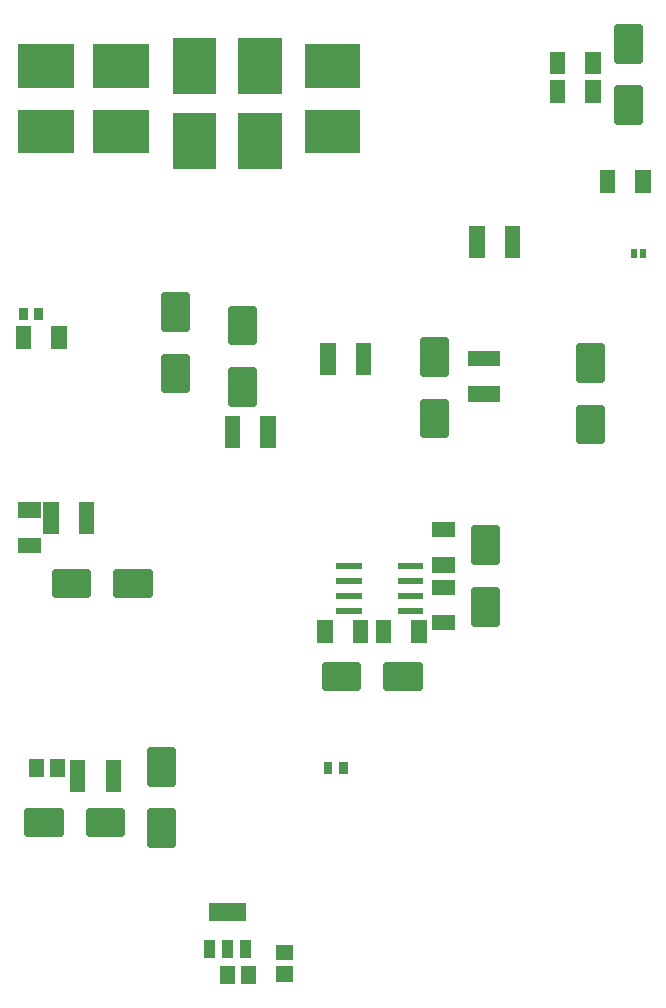
<source format=gtp>
G04 start of page 10 for group -4015 idx -4015 *
G04 Title: (unknown), toppaste *
G04 Creator: pcb 1.99z *
G04 CreationDate: Thu 18 Dec 2014 06:06:49 AM GMT UTC *
G04 For: commonadmin *
G04 Format: Gerber/RS-274X *
G04 PCB-Dimensions (mil): 2350.00 3800.00 *
G04 PCB-Coordinate-Origin: lower left *
%MOIN*%
%FSLAX25Y25*%
%LNTOPPASTE*%
%ADD133R,0.0610X0.0610*%
%ADD132R,0.0370X0.0370*%
%ADD131R,0.0197X0.0197*%
%ADD130R,0.0200X0.0200*%
%ADD129R,0.0295X0.0295*%
%ADD128C,0.0197*%
%ADD127R,0.0768X0.0768*%
%ADD126R,0.1450X0.1450*%
%ADD125R,0.0512X0.0512*%
G54D125*X209690Y305681D02*Y303319D01*
X221500Y305681D02*Y303319D01*
G54D126*X20500Y343000D02*X24500D01*
X20500Y321200D02*X24500D01*
X45500Y343000D02*X49500D01*
X45500Y321200D02*X49500D01*
X93800Y345000D02*Y341000D01*
X72000Y345000D02*Y341000D01*
Y320000D02*Y316000D01*
X93800Y320000D02*Y316000D01*
X116000Y343000D02*X120000D01*
X116000Y321200D02*X120000D01*
G54D125*X193000Y335681D02*Y333319D01*
X204810Y335681D02*Y333319D01*
G54D127*X216500Y331772D02*Y328228D01*
G54D128*X212661Y324390D02*X220339D01*
X212661Y335610D02*X220339D01*
X212661D02*Y324390D01*
X220339Y335610D02*Y324390D01*
G54D127*X216500Y352244D02*Y348701D01*
G54D128*X212661Y344862D02*X220339D01*
X212661Y356083D02*X220339D01*
X212661D02*Y344862D01*
X220339Y356083D02*Y344862D01*
G54D125*X26810Y253681D02*Y251319D01*
X15000Y253681D02*Y251319D01*
G54D129*X20118Y260992D02*Y260008D01*
X15000Y260992D02*Y260008D01*
G54D127*X65500Y262772D02*Y259228D01*
G54D128*X61661Y266610D02*X69339D01*
X61661Y255390D02*X69339D01*
Y266610D02*Y255390D01*
X61661Y266610D02*Y255390D01*
G54D127*X65500Y242299D02*Y238756D01*
G54D128*X61661Y246138D02*X69339D01*
X61661Y234917D02*X69339D01*
Y246138D02*Y234917D01*
X61661Y246138D02*Y234917D01*
G54D125*X116500Y248255D02*Y242745D01*
X128310Y248255D02*Y242745D01*
G54D127*X88000Y258272D02*Y254728D01*
G54D128*X84161Y262110D02*X91839D01*
X84161Y250890D02*X91839D01*
Y262110D02*Y250890D01*
X84161Y262110D02*Y250890D01*
G54D127*X88000Y237799D02*Y234256D01*
G54D128*X84161Y241638D02*X91839D01*
X84161Y230417D02*X91839D01*
Y241638D02*Y230417D01*
X84161Y241638D02*Y230417D01*
G54D125*X84690Y223755D02*Y218245D01*
X96500Y223755D02*Y218245D01*
G54D127*X152000Y227299D02*Y223756D01*
G54D128*X148161Y219917D02*X155839D01*
X148161Y231138D02*X155839D01*
X148161D02*Y219917D01*
X155839Y231138D02*Y219917D01*
G54D127*X152000Y247772D02*Y244228D01*
G54D128*X148161Y240390D02*X155839D01*
X148161Y251610D02*X155839D01*
X148161D02*Y240390D01*
X155839Y251610D02*Y240390D01*
G54D127*X204000Y245772D02*Y242228D01*
G54D128*X200161Y249610D02*X207839D01*
X200161Y238390D02*X207839D01*
Y249610D02*Y238390D01*
X200161Y249610D02*Y238390D01*
G54D127*X204000Y225299D02*Y221756D01*
G54D128*X200161Y229138D02*X207839D01*
X200161Y217917D02*X207839D01*
Y229138D02*Y217917D01*
X200161Y229138D02*Y217917D01*
G54D125*X165745Y233690D02*X171255D01*
X165745Y245500D02*X171255D01*
X166190Y287255D02*Y281745D01*
X178000Y287255D02*Y281745D01*
X135000Y155681D02*Y153319D01*
X146810Y155681D02*Y153319D01*
X115500Y155681D02*Y153319D01*
X127310Y155681D02*Y153319D01*
G54D127*X139701Y139500D02*X143244D01*
G54D128*X147083Y143339D02*Y135661D01*
X135862Y143339D02*Y135661D01*
X147083D01*
X135862Y143339D02*X147083D01*
G54D127*X119228Y139500D02*X122772D01*
G54D128*X126610Y143339D02*Y135661D01*
X115390Y143339D02*Y135661D01*
X126610D01*
X115390Y143339D02*X126610D01*
G54D130*X140750Y161500D02*X147250D01*
X140750Y166500D02*X147250D01*
X140750Y171500D02*X147250D01*
X140750Y176500D02*X147250D01*
X120250D02*X126750D01*
X120250Y171500D02*X126750D01*
X120250Y166500D02*X126750D01*
X120250Y161500D02*X126750D01*
G54D129*X116500Y109492D02*Y108508D01*
X121618Y109492D02*Y108508D01*
G54D125*X24190Y195255D02*Y189745D01*
X36000Y195255D02*Y189745D01*
X15819Y183190D02*X18181D01*
X15819Y195000D02*X18181D01*
G54D127*X29228Y170500D02*X32772D01*
G54D128*X25390Y174339D02*Y166661D01*
X36610Y174339D02*Y166661D01*
X25390Y174339D02*X36610D01*
X25390Y166661D02*X36610D01*
G54D127*X49701Y170500D02*X53244D01*
G54D128*X45862Y174339D02*Y166661D01*
X57083Y174339D02*Y166661D01*
X45862Y174339D02*X57083D01*
X45862Y166661D02*X57083D01*
G54D125*X19304Y109393D02*Y108607D01*
X26390Y109393D02*Y108607D01*
X33080Y109255D02*Y103745D01*
X44890Y109255D02*Y103745D01*
G54D127*X20118Y91000D02*X23661D01*
G54D128*X16280Y94839D02*Y87161D01*
X27500Y94839D02*Y87161D01*
X16280Y94839D02*X27500D01*
X16280Y87161D02*X27500D01*
G54D127*X40591Y91000D02*X44134D01*
G54D128*X36752Y94839D02*Y87161D01*
X47972Y94839D02*Y87161D01*
X36752Y94839D02*X47972D01*
X36752Y87161D02*X47972D01*
G54D127*X60890Y111244D02*Y107701D01*
G54D128*X57051Y115083D02*X64728D01*
X57051Y103862D02*X64728D01*
Y115083D02*Y103862D01*
X57051Y115083D02*Y103862D01*
G54D127*X60890Y90772D02*Y87228D01*
G54D128*X57051Y94610D02*X64728D01*
X57051Y83390D02*X64728D01*
Y94610D02*Y83390D01*
X57051Y94610D02*Y83390D01*
G54D127*X169000Y185054D02*Y181511D01*
G54D128*X165161Y188893D02*X172839D01*
X165161Y177672D02*X172839D01*
Y188893D02*Y177672D01*
X165161Y188893D02*Y177672D01*
G54D127*X169000Y164581D02*Y161038D01*
G54D128*X165161Y168420D02*X172839D01*
X165161Y157200D02*X172839D01*
Y168420D02*Y157200D01*
X165161Y168420D02*Y157200D01*
G54D125*X153819Y157500D02*X156181D01*
X153819Y169310D02*X156181D01*
X153819Y176690D02*X156181D01*
X153819Y188500D02*X156181D01*
G54D131*X221500Y280893D02*Y280107D01*
X218352Y280893D02*Y280107D01*
G54D132*X76900Y50000D02*Y47600D01*
X83000Y50000D02*Y47600D01*
X89100Y50000D02*Y47600D01*
G54D133*X80000Y61000D02*X86000D01*
G54D125*X90086Y40393D02*Y39607D01*
X83000Y40393D02*Y39607D01*
X101607Y40414D02*X102393D01*
X101607Y47500D02*X102393D01*
X193000Y345181D02*Y342819D01*
X204810Y345181D02*Y342819D01*
M02*

</source>
